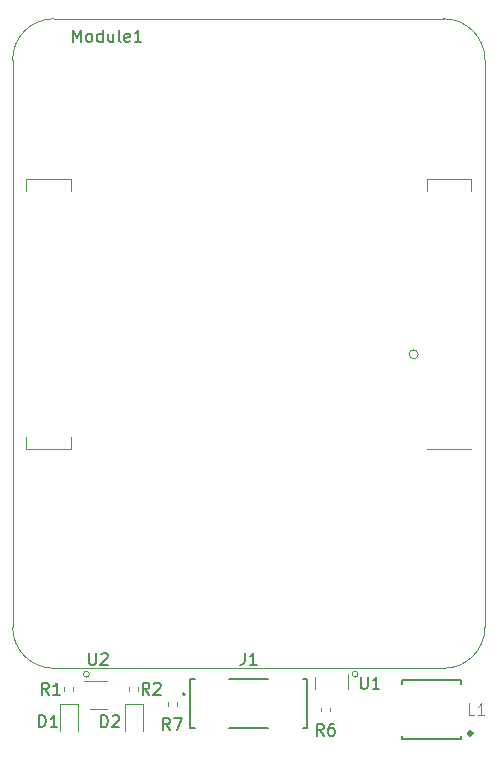
<source format=gbr>
%TF.GenerationSoftware,KiCad,Pcbnew,6.0.11-2627ca5db0~126~ubuntu22.04.1*%
%TF.CreationDate,2023-07-14T17:47:18-07:00*%
%TF.ProjectId,small-display,736d616c-6c2d-4646-9973-706c61792e6b,rev?*%
%TF.SameCoordinates,Original*%
%TF.FileFunction,Legend,Top*%
%TF.FilePolarity,Positive*%
%FSLAX46Y46*%
G04 Gerber Fmt 4.6, Leading zero omitted, Abs format (unit mm)*
G04 Created by KiCad (PCBNEW 6.0.11-2627ca5db0~126~ubuntu22.04.1) date 2023-07-14 17:47:18*
%MOMM*%
%LPD*%
G01*
G04 APERTURE LIST*
%ADD10C,0.120000*%
%ADD11C,0.150000*%
%ADD12C,0.050000*%
%ADD13C,0.127000*%
%ADD14C,0.200000*%
%ADD15C,0.300000*%
G04 APERTURE END LIST*
D10*
X8000000Y-56000000D02*
G75*
G03*
X8000000Y-56000000I-250000J0D01*
G01*
X30750000Y-56000000D02*
G75*
G03*
X30750000Y-56000000I-250000J0D01*
G01*
D11*
%TO.C,R1*%
X4583333Y-57716130D02*
X4250000Y-57239940D01*
X4011904Y-57716130D02*
X4011904Y-56716130D01*
X4392857Y-56716130D01*
X4488095Y-56763750D01*
X4535714Y-56811369D01*
X4583333Y-56906607D01*
X4583333Y-57049464D01*
X4535714Y-57144702D01*
X4488095Y-57192321D01*
X4392857Y-57239940D01*
X4011904Y-57239940D01*
X5535714Y-57716130D02*
X4964285Y-57716130D01*
X5250000Y-57716130D02*
X5250000Y-56716130D01*
X5154761Y-56858988D01*
X5059523Y-56954226D01*
X4964285Y-57001845D01*
%TO.C,R6*%
X27833333Y-61202380D02*
X27500000Y-60726190D01*
X27261904Y-61202380D02*
X27261904Y-60202380D01*
X27642857Y-60202380D01*
X27738095Y-60250000D01*
X27785714Y-60297619D01*
X27833333Y-60392857D01*
X27833333Y-60535714D01*
X27785714Y-60630952D01*
X27738095Y-60678571D01*
X27642857Y-60726190D01*
X27261904Y-60726190D01*
X28690476Y-60202380D02*
X28500000Y-60202380D01*
X28404761Y-60250000D01*
X28357142Y-60297619D01*
X28261904Y-60440476D01*
X28214285Y-60630952D01*
X28214285Y-61011904D01*
X28261904Y-61107142D01*
X28309523Y-61154761D01*
X28404761Y-61202380D01*
X28595238Y-61202380D01*
X28690476Y-61154761D01*
X28738095Y-61107142D01*
X28785714Y-61011904D01*
X28785714Y-60773809D01*
X28738095Y-60678571D01*
X28690476Y-60630952D01*
X28595238Y-60583333D01*
X28404761Y-60583333D01*
X28309523Y-60630952D01*
X28261904Y-60678571D01*
X28214285Y-60773809D01*
%TO.C,J1*%
X21166666Y-54202380D02*
X21166666Y-54916666D01*
X21119047Y-55059523D01*
X21023809Y-55154761D01*
X20880952Y-55202380D01*
X20785714Y-55202380D01*
X22166666Y-55202380D02*
X21595238Y-55202380D01*
X21880952Y-55202380D02*
X21880952Y-54202380D01*
X21785714Y-54345238D01*
X21690476Y-54440476D01*
X21595238Y-54488095D01*
%TO.C,U2*%
X7988095Y-54202380D02*
X7988095Y-55011904D01*
X8035714Y-55107142D01*
X8083333Y-55154761D01*
X8178571Y-55202380D01*
X8369047Y-55202380D01*
X8464285Y-55154761D01*
X8511904Y-55107142D01*
X8559523Y-55011904D01*
X8559523Y-54202380D01*
X8988095Y-54297619D02*
X9035714Y-54250000D01*
X9130952Y-54202380D01*
X9369047Y-54202380D01*
X9464285Y-54250000D01*
X9511904Y-54297619D01*
X9559523Y-54392857D01*
X9559523Y-54488095D01*
X9511904Y-54630952D01*
X8940476Y-55202380D01*
X9559523Y-55202380D01*
%TO.C,R7*%
X14833333Y-60702380D02*
X14500000Y-60226190D01*
X14261904Y-60702380D02*
X14261904Y-59702380D01*
X14642857Y-59702380D01*
X14738095Y-59750000D01*
X14785714Y-59797619D01*
X14833333Y-59892857D01*
X14833333Y-60035714D01*
X14785714Y-60130952D01*
X14738095Y-60178571D01*
X14642857Y-60226190D01*
X14261904Y-60226190D01*
X15166666Y-59702380D02*
X15833333Y-59702380D01*
X15404761Y-60702380D01*
%TO.C,U1*%
X30988095Y-56220670D02*
X30988095Y-57030194D01*
X31035714Y-57125432D01*
X31083333Y-57173051D01*
X31178571Y-57220670D01*
X31369047Y-57220670D01*
X31464285Y-57173051D01*
X31511904Y-57125432D01*
X31559523Y-57030194D01*
X31559523Y-56220670D01*
X32559523Y-57220670D02*
X31988095Y-57220670D01*
X32273809Y-57220670D02*
X32273809Y-56220670D01*
X32178571Y-56363528D01*
X32083333Y-56458766D01*
X31988095Y-56506385D01*
%TO.C,D2*%
X9011904Y-60476130D02*
X9011904Y-59476130D01*
X9250000Y-59476130D01*
X9392857Y-59523750D01*
X9488095Y-59618988D01*
X9535714Y-59714226D01*
X9583333Y-59904702D01*
X9583333Y-60047559D01*
X9535714Y-60238035D01*
X9488095Y-60333273D01*
X9392857Y-60428511D01*
X9250000Y-60476130D01*
X9011904Y-60476130D01*
X9964285Y-59571369D02*
X10011904Y-59523750D01*
X10107142Y-59476130D01*
X10345238Y-59476130D01*
X10440476Y-59523750D01*
X10488095Y-59571369D01*
X10535714Y-59666607D01*
X10535714Y-59761845D01*
X10488095Y-59904702D01*
X9916666Y-60476130D01*
X10535714Y-60476130D01*
D12*
%TO.C,L1*%
X40583235Y-59452647D02*
X40106763Y-59452647D01*
X40106763Y-58452057D01*
X41440883Y-59452647D02*
X40869117Y-59452647D01*
X41155000Y-59452647D02*
X41155000Y-58452057D01*
X41059706Y-58594999D01*
X40964412Y-58690293D01*
X40869117Y-58737940D01*
D11*
%TO.C,D1*%
X3761904Y-60466130D02*
X3761904Y-59466130D01*
X4000000Y-59466130D01*
X4142857Y-59513750D01*
X4238095Y-59608988D01*
X4285714Y-59704226D01*
X4333333Y-59894702D01*
X4333333Y-60037559D01*
X4285714Y-60228035D01*
X4238095Y-60323273D01*
X4142857Y-60418511D01*
X4000000Y-60466130D01*
X3761904Y-60466130D01*
X5285714Y-60466130D02*
X4714285Y-60466130D01*
X5000000Y-60466130D02*
X5000000Y-59466130D01*
X4904761Y-59608988D01*
X4809523Y-59704226D01*
X4714285Y-59751845D01*
%TO.C,Module1*%
X6642857Y-2452380D02*
X6642857Y-1452380D01*
X6976190Y-2166666D01*
X7309523Y-1452380D01*
X7309523Y-2452380D01*
X7928571Y-2452380D02*
X7833333Y-2404761D01*
X7785714Y-2357142D01*
X7738095Y-2261904D01*
X7738095Y-1976190D01*
X7785714Y-1880952D01*
X7833333Y-1833333D01*
X7928571Y-1785714D01*
X8071428Y-1785714D01*
X8166666Y-1833333D01*
X8214285Y-1880952D01*
X8261904Y-1976190D01*
X8261904Y-2261904D01*
X8214285Y-2357142D01*
X8166666Y-2404761D01*
X8071428Y-2452380D01*
X7928571Y-2452380D01*
X9119047Y-2452380D02*
X9119047Y-1452380D01*
X9119047Y-2404761D02*
X9023809Y-2452380D01*
X8833333Y-2452380D01*
X8738095Y-2404761D01*
X8690476Y-2357142D01*
X8642857Y-2261904D01*
X8642857Y-1976190D01*
X8690476Y-1880952D01*
X8738095Y-1833333D01*
X8833333Y-1785714D01*
X9023809Y-1785714D01*
X9119047Y-1833333D01*
X10023809Y-1785714D02*
X10023809Y-2452380D01*
X9595238Y-1785714D02*
X9595238Y-2309523D01*
X9642857Y-2404761D01*
X9738095Y-2452380D01*
X9880952Y-2452380D01*
X9976190Y-2404761D01*
X10023809Y-2357142D01*
X10642857Y-2452380D02*
X10547619Y-2404761D01*
X10500000Y-2309523D01*
X10500000Y-1452380D01*
X11404761Y-2404761D02*
X11309523Y-2452380D01*
X11119047Y-2452380D01*
X11023809Y-2404761D01*
X10976190Y-2309523D01*
X10976190Y-1928571D01*
X11023809Y-1833333D01*
X11119047Y-1785714D01*
X11309523Y-1785714D01*
X11404761Y-1833333D01*
X11452380Y-1928571D01*
X11452380Y-2023809D01*
X10976190Y-2119047D01*
X12404761Y-2452380D02*
X11833333Y-2452380D01*
X12119047Y-2452380D02*
X12119047Y-1452380D01*
X12023809Y-1595238D01*
X11928571Y-1690476D01*
X11833333Y-1738095D01*
%TO.C,R2*%
X13083333Y-57726130D02*
X12750000Y-57249940D01*
X12511904Y-57726130D02*
X12511904Y-56726130D01*
X12892857Y-56726130D01*
X12988095Y-56773750D01*
X13035714Y-56821369D01*
X13083333Y-56916607D01*
X13083333Y-57059464D01*
X13035714Y-57154702D01*
X12988095Y-57202321D01*
X12892857Y-57249940D01*
X12511904Y-57249940D01*
X13464285Y-56821369D02*
X13511904Y-56773750D01*
X13607142Y-56726130D01*
X13845238Y-56726130D01*
X13940476Y-56773750D01*
X13988095Y-56821369D01*
X14035714Y-56916607D01*
X14035714Y-57011845D01*
X13988095Y-57154702D01*
X13416666Y-57726130D01*
X14035714Y-57726130D01*
D10*
%TO.C,R1*%
X5890000Y-57417391D02*
X5890000Y-57110109D01*
X6650000Y-57417391D02*
X6650000Y-57110109D01*
%TO.C,R6*%
X28340000Y-59153641D02*
X28340000Y-58846359D01*
X27580000Y-59153641D02*
X27580000Y-58846359D01*
D13*
%TO.C,J1*%
X26470000Y-56420000D02*
X26470000Y-60580000D01*
X16950000Y-60580000D02*
X16530000Y-60580000D01*
X26470000Y-60580000D02*
X26050000Y-60580000D01*
X26050000Y-56420000D02*
X26470000Y-56420000D01*
X23150000Y-60580000D02*
X19850000Y-60580000D01*
X16530000Y-56420000D02*
X16950000Y-56420000D01*
X16530000Y-60580000D02*
X16530000Y-56420000D01*
X19850000Y-56420000D02*
X23150000Y-56420000D01*
D14*
X16100000Y-57700000D02*
G75*
G03*
X16100000Y-57700000I-100000J0D01*
G01*
D10*
%TO.C,U2*%
X9470000Y-56613750D02*
X7570000Y-56613750D01*
X8070000Y-58933750D02*
X9470000Y-58933750D01*
%TO.C,R7*%
X14640000Y-58653641D02*
X14640000Y-58346359D01*
X15400000Y-58653641D02*
X15400000Y-58346359D01*
%TO.C,U1*%
X29900000Y-57250000D02*
X29900000Y-55950000D01*
X27100000Y-57250000D02*
X27100000Y-56250000D01*
%TO.C,D2*%
X12505000Y-58538750D02*
X11035000Y-58538750D01*
X12505000Y-60823750D02*
X12505000Y-58538750D01*
X11035000Y-58538750D02*
X11035000Y-60823750D01*
D13*
%TO.C,L1*%
X39500000Y-56500000D02*
X34500000Y-56500000D01*
X39500000Y-56500000D02*
X39500000Y-56800000D01*
X39500000Y-61500000D02*
X39500000Y-61200000D01*
X34500000Y-61500000D02*
X34500000Y-61200000D01*
X34500000Y-56500000D02*
X34500000Y-56800000D01*
X39500000Y-61500000D02*
X34500000Y-61500000D01*
D15*
X40400000Y-61000000D02*
G75*
G03*
X40400000Y-61000000I-150000J0D01*
G01*
D10*
%TO.C,D1*%
X7005000Y-60813750D02*
X7005000Y-58528750D01*
X5535000Y-58528750D02*
X5535000Y-60813750D01*
X7005000Y-58528750D02*
X5535000Y-58528750D01*
%TO.C,Module1*%
X2650000Y-14100000D02*
X2650000Y-15100000D01*
X41500000Y-52000000D02*
X41500000Y-4000000D01*
X2650000Y-36900000D02*
X2650000Y-35900000D01*
X40350000Y-14100000D02*
X36570000Y-14100000D01*
X6430000Y-14100000D02*
X2650000Y-14100000D01*
X6430000Y-36900000D02*
X6430000Y-35900000D01*
X5000000Y-55500000D02*
X38000000Y-55500000D01*
X36570000Y-14100000D02*
X36570000Y-15100000D01*
X6430000Y-36900000D02*
X2650000Y-36900000D01*
X6430000Y-14100000D02*
X6430000Y-15100000D01*
X40350000Y-36900000D02*
X36570000Y-36900000D01*
X40350000Y-14100000D02*
X40350000Y-15100000D01*
X38000000Y-500000D02*
X5000000Y-500000D01*
X1500000Y-4000000D02*
X1500000Y-52000000D01*
X1500000Y-52000000D02*
G75*
G03*
X5000000Y-55500000I3500000J0D01*
G01*
X38000000Y-55500000D02*
G75*
G03*
X41500000Y-52000000I1J3499999D01*
G01*
X41500000Y-4000000D02*
G75*
G03*
X38000000Y-500000I-3499999J1D01*
G01*
X5000000Y-500000D02*
G75*
G03*
X1500000Y-4000000I0J-3500000D01*
G01*
%TO.C,R2*%
X12130000Y-57427391D02*
X12130000Y-57120109D01*
X11370000Y-57427391D02*
X11370000Y-57120109D01*
%TO.C,J5*%
X35838300Y-28904700D02*
G75*
G03*
X35838300Y-28904700I-381000J0D01*
G01*
%TD*%
M02*

</source>
